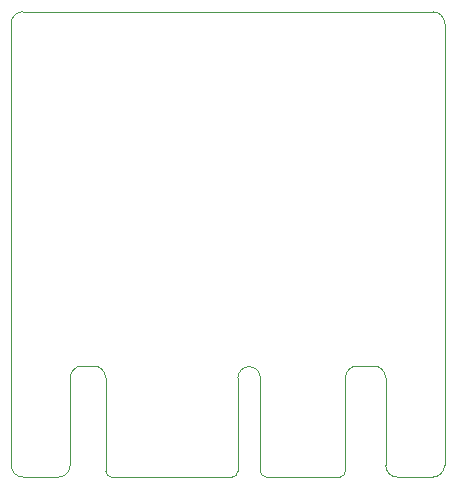
<source format=gko>
G04 #@! TF.GenerationSoftware,KiCad,Pcbnew,(5.1.0-1558-g0ba0c1724)*
G04 #@! TF.CreationDate,2019-10-02T21:32:34-07:00*
G04 #@! TF.ProjectId,TMC2660_Driver,544d4332-3636-4305-9f44-72697665722e,rev?*
G04 #@! TF.SameCoordinates,Original*
G04 #@! TF.FileFunction,Profile,NP*
%FSLAX46Y46*%
G04 Gerber Fmt 4.6, Leading zero omitted, Abs format (unit mm)*
G04 Created by KiCad (PCBNEW (5.1.0-1558-g0ba0c1724)) date 2019-10-02 21:32:34*
%MOMM*%
%LPD*%
G04 APERTURE LIST*
%ADD10C,0.050000*%
G04 APERTURE END LIST*
D10*
X114000000Y-113000000D02*
G75*
G02X113000000Y-114000000I-1000000J0D01*
G01*
X115000000Y-104600000D02*
G75*
G03X114000000Y-105600000I0J-1000000D01*
G01*
X141700000Y-114000000D02*
G75*
G02X140700000Y-113000000I0J1000000D01*
G01*
X139700000Y-104600000D02*
G75*
G02X140700000Y-105600000I0J-1000000D01*
G01*
X109000000Y-113000000D02*
X109000000Y-75600000D01*
X113000000Y-114000000D02*
X110000000Y-114000000D01*
X114000000Y-105600000D02*
X114000000Y-113000000D01*
X145700000Y-113000000D02*
X145700000Y-75600000D01*
X141700000Y-114000000D02*
X144700000Y-114000000D01*
X140700000Y-113000000D02*
X140700000Y-105600000D01*
X144700000Y-74600000D02*
G75*
G02X145700000Y-75600000I0J-1000000D01*
G01*
X109000000Y-75600000D02*
G75*
G02X110000000Y-74600000I1000000J0D01*
G01*
X145700000Y-113000000D02*
G75*
G02X144700000Y-114000000I-1000000J0D01*
G01*
X110000000Y-114000000D02*
G75*
G02X109000000Y-113000000I0J1000000D01*
G01*
X116000000Y-104600000D02*
G75*
G02X117000000Y-105600000I0J-1000000D01*
G01*
X137300000Y-105600000D02*
G75*
G02X138300000Y-104600000I1000000J0D01*
G01*
X144700000Y-74600000D02*
X110000000Y-74600000D01*
X137300000Y-113500000D02*
G75*
G02X136800000Y-114000000I-500000J0D01*
G01*
X130600000Y-114000000D02*
G75*
G02X130100000Y-113500000I0J500000D01*
G01*
X128199999Y-113500000D02*
G75*
G02X127700000Y-113999999I-499999J0D01*
G01*
X117500000Y-114000000D02*
G75*
G02X117000000Y-113500000I0J500000D01*
G01*
X128200001Y-105599999D02*
G75*
G02X130099999Y-105600001I949999J-1D01*
G01*
X117000000Y-105600000D02*
X117000000Y-113500000D01*
X115000000Y-104600000D02*
X116000000Y-104600000D01*
X138300000Y-104600000D02*
X139700000Y-104600000D01*
X137300000Y-113500000D02*
X137300000Y-105600000D01*
X130600000Y-114000000D02*
X136800000Y-114000000D01*
X130100000Y-105600000D02*
X130100000Y-113500000D01*
X128200000Y-113500000D02*
X128200000Y-105600000D01*
X117500000Y-114000000D02*
X127700000Y-114000000D01*
M02*

</source>
